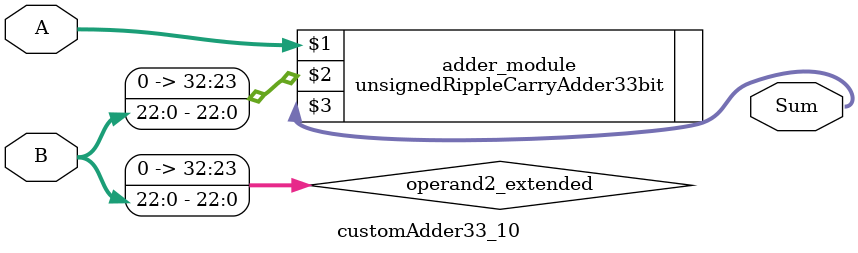
<source format=v>
module customAdder33_10(
                        input [32 : 0] A,
                        input [22 : 0] B,
                        
                        output [33 : 0] Sum
                );

        wire [32 : 0] operand2_extended;
        
        assign operand2_extended =  {10'b0, B};
        
        unsignedRippleCarryAdder33bit adder_module(
            A,
            operand2_extended,
            Sum
        );
        
        endmodule
        
</source>
